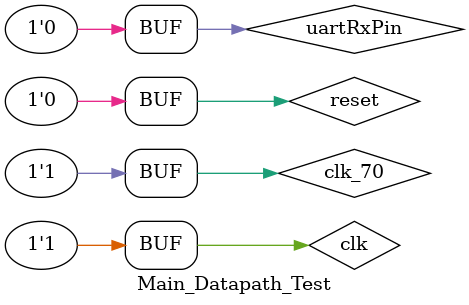
<source format=v>
`timescale 1ns / 1ps


module Main_Datapath_Test;

	// Inputs
	reg clk;
	reg clk_70;
	reg reset;
	reg uartRxPin;

	// Outputs
	wire uartTxPin;
	wire ALUzero;
	wire ALUOverflow;
	wire ledIdle;
	wire sentFlag;
	wire notStartUartTx;
	wire ledDataAvailable;
	wire [7:0] sendCounter;

	// Instantiate the Unit Under Test (UUT)
	Main_Datapath uut (
		.clk(clk), 
		.clk_70(clk_70), 
		.reset(reset), 
		.uartRxPin(uartRxPin), 
		.uartTxPin(uartTxPin), 
		.ALUzero(ALUzero), 
		.ALUOverflow(ALUOverflow), 
		.ledIdle(ledIdle), 
		.sentFlag(sentFlag), 
		.notStartUartTx(notStartUartTx), 
		.ledDataAvailable(ledDataAvailable), 
		.sendCounter(sendCounter)
	);

	initial begin
		// Initialize Inputs
		clk = 0;
		clk_70 = 0;
		reset = 0;
		uartRxPin = 0;

		// Wait 100 ns for global reset to finish
		#100;
		reset = 1;
		#180;
		reset = 0;
		// Add stimulus here

	end
   
	always begin //clock de 100 Mhz como el de la placa
			clk = 1'b0;
			#(100/2) clk = 1'b1;
			#(100/2);
	end
	
	always begin //clock de 100 Mhz como el de la placa
			#(70/2)
			clk_70 = 1'b0;
			#(100/2) clk_70 = 1'b1;
			#(30/2);
	end 
	
endmodule


</source>
